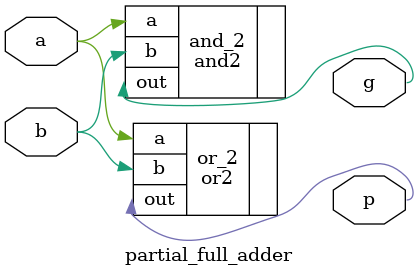
<source format=v>
module partial_full_adder(a, b, g, p);

input a, b;
output g, p;

or2 or_2(.a(a), .b(b), .out(p));
and2 and_2(.a(a), .b(b), .out(g));

endmodule
</source>
